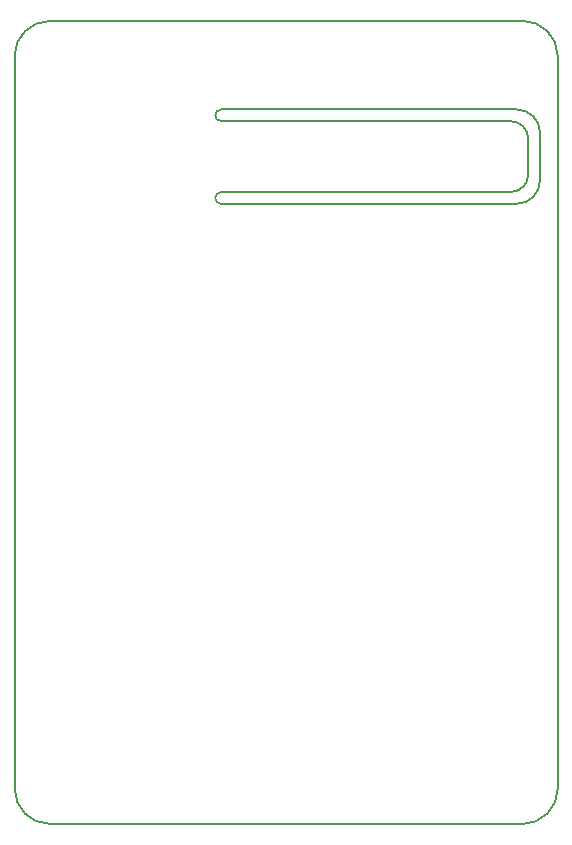
<source format=gbr>
%TF.GenerationSoftware,KiCad,Pcbnew,(5.1.9)-1*%
%TF.CreationDate,2021-03-12T11:46:57-05:00*%
%TF.ProjectId,SensorDemo,53656e73-6f72-4446-956d-6f2e6b696361,rev?*%
%TF.SameCoordinates,PX700e860PY7735940*%
%TF.FileFunction,Profile,NP*%
%FSLAX46Y46*%
G04 Gerber Fmt 4.6, Leading zero omitted, Abs format (unit mm)*
G04 Created by KiCad (PCBNEW (5.1.9)-1) date 2021-03-12 11:46:57*
%MOMM*%
%LPD*%
G01*
G04 APERTURE LIST*
%TA.AperFunction,Profile*%
%ADD10C,0.152400*%
%TD*%
G04 APERTURE END LIST*
D10*
X44500000Y54500000D02*
G75*
G02*
X42500000Y52500000I-2000000J0D01*
G01*
X42500000Y60500000D02*
G75*
G02*
X44500000Y58500000I0J-2000000D01*
G01*
X43500000Y55000000D02*
G75*
G02*
X42000000Y53500000I-1500000J0D01*
G01*
X42000000Y59500000D02*
G75*
G02*
X43500000Y58000000I0J-1500000D01*
G01*
X17500000Y52500000D02*
G75*
G02*
X17500000Y53500000I0J500000D01*
G01*
X17500000Y59500000D02*
G75*
G02*
X17500000Y60500000I0J500000D01*
G01*
X43000000Y68000000D02*
G75*
G02*
X46000000Y65000000I0J-3000000D01*
G01*
X0Y65000000D02*
G75*
G02*
X3000000Y68000000I3000000J0D01*
G01*
X3000000Y0D02*
G75*
G02*
X0Y3000000I0J3000000D01*
G01*
X46000000Y3000000D02*
G75*
G02*
X43000000Y0I-3000000J0D01*
G01*
X3000000Y68000000D02*
X43000000Y68000000D01*
X42000000Y59500000D02*
X17500000Y59500000D01*
X43500000Y55000000D02*
X43500000Y58000000D01*
X17500000Y53500000D02*
X42000000Y53500000D01*
X42500000Y52500000D02*
X17500000Y52500000D01*
X44500000Y58500000D02*
X44500000Y54500000D01*
X17500000Y60500000D02*
X42500000Y60500000D01*
X43000000Y0D02*
X3000000Y0D01*
X46000000Y65000000D02*
X46000000Y3000000D01*
X0Y3000000D02*
X0Y65000000D01*
M02*

</source>
